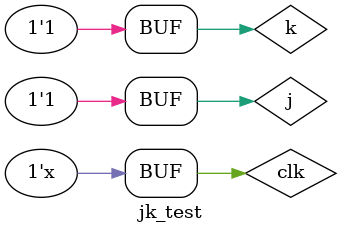
<source format=v>
`timescale 1ns / 1ps


module jk_test;

	// Inputs
	reg j;
	reg k;
	reg clk;

	// Outputs
	wire q;
	wire qb;

	// Instantiate the Unit Under Test (UUT)
	jk uut (
		.j(j), 
		.k(k), 
		.q(q), 
		.qb(qb), 
		.clk(clk)
	);
initial clk=0;
always #30 clk=~clk;
	initial begin
		// Initialize Inputs
		
        
      // Initialize Inputs
		j = 1;
		k = 0;

		// Wait 100 ns for global reset to finish
		#100;
     
        
      // Initialize Inputs
		j = 0;
		k = 1;

		// Wait 100 ns for global reset to finish
		#100;
     
        
      // Initialize Inputs
		j = 0;
		k = 0;

		// Wait 100 ns for global reset to finish
		#100;
     
        
      // Initialize Inputs
		j = 1;
		k = 1;

		// Wait 100 ns for global reset to finish
		#100;
      
	end
      
endmodule


</source>
